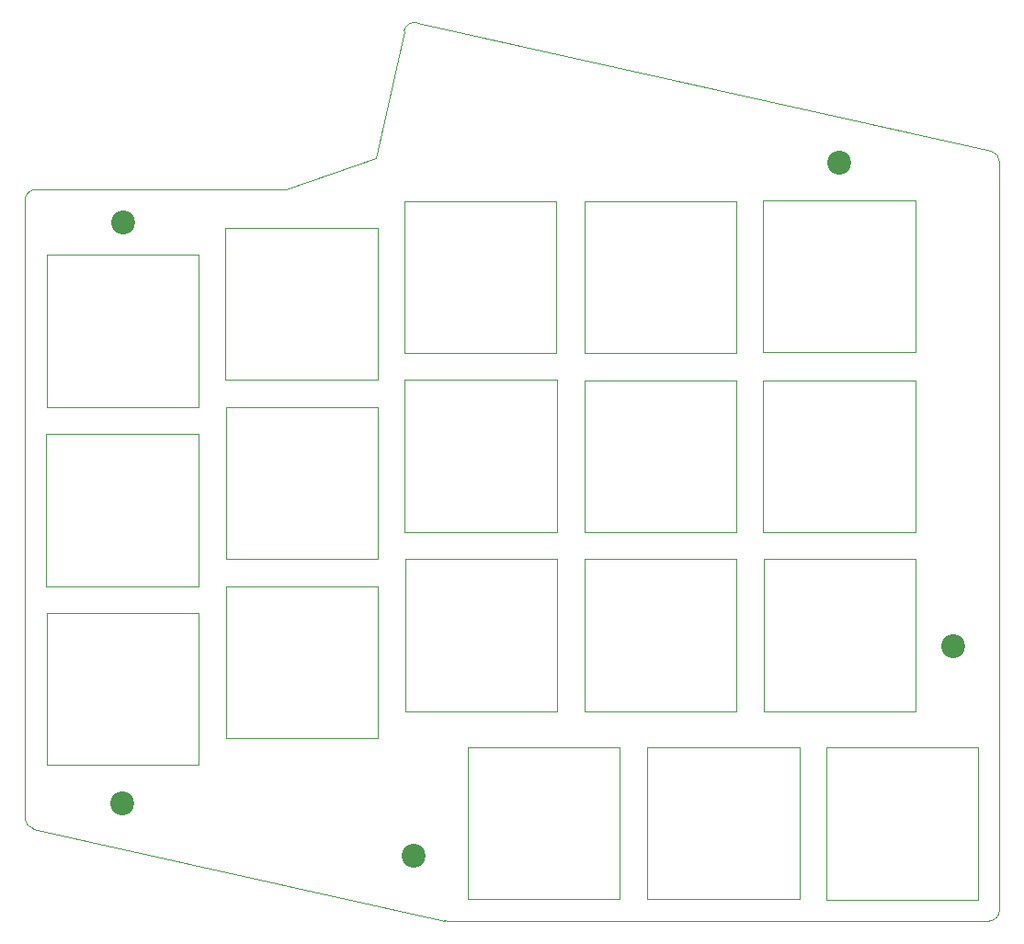
<source format=gbs>
%TF.GenerationSoftware,KiCad,Pcbnew,(6.0.6)*%
%TF.CreationDate,2022-11-27T23:56:46+09:00*%
%TF.ProjectId,split-mini__top,73706c69-742d-46d6-996e-695f5f746f70,rev?*%
%TF.SameCoordinates,Original*%
%TF.FileFunction,Soldermask,Bot*%
%TF.FilePolarity,Negative*%
%FSLAX46Y46*%
G04 Gerber Fmt 4.6, Leading zero omitted, Abs format (unit mm)*
G04 Created by KiCad (PCBNEW (6.0.6)) date 2022-11-27 23:56:46*
%MOMM*%
%LPD*%
G01*
G04 APERTURE LIST*
%TA.AperFunction,Profile*%
%ADD10C,0.100000*%
%TD*%
%TA.AperFunction,Profile*%
%ADD11C,0.120000*%
%TD*%
%ADD12C,2.200000*%
G04 APERTURE END LIST*
D10*
X24700022Y-109424877D02*
G75*
G03*
X25481692Y-110400757I999978J-23D01*
G01*
X114475000Y-117900000D02*
X114475000Y-48967011D01*
X25481692Y-110400757D02*
X63367178Y-118875879D01*
X24700000Y-52525000D02*
X24700000Y-109424877D01*
X56994979Y-48628817D02*
X59614674Y-36918258D01*
X48700000Y-51525000D02*
X56994979Y-48628817D01*
X113475000Y-118900000D02*
G75*
G03*
X114475000Y-117900000I0J1000000D01*
G01*
X63367176Y-118875886D02*
G75*
G03*
X63585486Y-118900000I218224J975386D01*
G01*
X63585486Y-118900000D02*
X113475000Y-118900000D01*
X25700000Y-51525000D02*
X48700000Y-51525000D01*
X60808868Y-36160658D02*
G75*
G03*
X59614674Y-36918258I-218268J-975942D01*
G01*
X113693308Y-47991131D02*
X60808862Y-36160686D01*
X25700000Y-51525000D02*
G75*
G03*
X24700000Y-52525000I0J-1000000D01*
G01*
X114475009Y-48967011D02*
G75*
G03*
X113693308Y-47991131I-1000109J-89D01*
G01*
D11*
%TO.C,SW6*%
X40650000Y-74050000D02*
X26650000Y-74050000D01*
X26650000Y-88050000D02*
X40650000Y-88050000D01*
X26650000Y-74050000D02*
X26650000Y-88050000D01*
X40650000Y-88050000D02*
X40650000Y-74050000D01*
%TO.C,SW11*%
X40720000Y-104500000D02*
X40720000Y-90500000D01*
X26720000Y-90500000D02*
X26720000Y-104500000D01*
X40720000Y-90500000D02*
X26720000Y-90500000D01*
X26720000Y-104500000D02*
X40720000Y-104500000D01*
%TO.C,SW9*%
X76210000Y-83090000D02*
X90210000Y-83090000D01*
X90210000Y-83090000D02*
X90210000Y-69090000D01*
X90210000Y-69090000D02*
X76210000Y-69090000D01*
X76210000Y-69090000D02*
X76210000Y-83090000D01*
%TO.C,SW3*%
X73650000Y-66590000D02*
X73650000Y-52590000D01*
X73650000Y-52590000D02*
X59650000Y-52590000D01*
X59650000Y-66590000D02*
X73650000Y-66590000D01*
X59650000Y-52590000D02*
X59650000Y-66590000D01*
%TO.C,SW5*%
X92700000Y-66520000D02*
X106700000Y-66520000D01*
X106700000Y-52520000D02*
X92700000Y-52520000D01*
X92700000Y-52520000D02*
X92700000Y-66520000D01*
X106700000Y-66520000D02*
X106700000Y-52520000D01*
%TO.C,SW15*%
X106730000Y-99570000D02*
X106730000Y-85570000D01*
X92730000Y-99570000D02*
X106730000Y-99570000D01*
X106730000Y-85570000D02*
X92730000Y-85570000D01*
X92730000Y-85570000D02*
X92730000Y-99570000D01*
%TO.C,SW7*%
X57190000Y-71550000D02*
X43190000Y-71550000D01*
X43190000Y-71550000D02*
X43190000Y-85550000D01*
X43190000Y-85550000D02*
X57190000Y-85550000D01*
X57190000Y-85550000D02*
X57190000Y-71550000D01*
%TO.C,SW16*%
X79470000Y-116870000D02*
X79470000Y-102870000D01*
X65470000Y-116870000D02*
X79470000Y-116870000D01*
X65470000Y-102870000D02*
X65470000Y-116870000D01*
X79470000Y-102870000D02*
X65470000Y-102870000D01*
%TO.C,SW18*%
X112490000Y-116940000D02*
X112490000Y-102940000D01*
X98490000Y-102940000D02*
X98490000Y-116940000D01*
X112490000Y-102940000D02*
X98490000Y-102940000D01*
X98490000Y-116940000D02*
X112490000Y-116940000D01*
%TO.C,SW8*%
X59680000Y-69070000D02*
X59680000Y-83070000D01*
X73680000Y-69070000D02*
X59680000Y-69070000D01*
X59680000Y-83070000D02*
X73680000Y-83070000D01*
X73680000Y-83070000D02*
X73680000Y-69070000D01*
%TO.C,SW17*%
X82040000Y-116900000D02*
X96040000Y-116900000D01*
X96040000Y-102900000D02*
X82040000Y-102900000D01*
X96040000Y-116900000D02*
X96040000Y-102900000D01*
X82040000Y-102900000D02*
X82040000Y-116900000D01*
%TO.C,SW10*%
X106710000Y-69080000D02*
X92710000Y-69080000D01*
X92710000Y-83080000D02*
X106710000Y-83080000D01*
X92710000Y-69080000D02*
X92710000Y-83080000D01*
X106710000Y-83080000D02*
X106710000Y-69080000D01*
%TO.C,SW2*%
X43180000Y-69040000D02*
X57180000Y-69040000D01*
X57180000Y-69040000D02*
X57180000Y-55040000D01*
X57180000Y-55040000D02*
X43180000Y-55040000D01*
X43180000Y-55040000D02*
X43180000Y-69040000D01*
%TO.C,SW13*%
X59730000Y-99570000D02*
X73730000Y-99570000D01*
X73730000Y-85570000D02*
X59730000Y-85570000D01*
X59730000Y-85570000D02*
X59730000Y-99570000D01*
X73730000Y-99570000D02*
X73730000Y-85570000D01*
%TO.C,SW12*%
X43210000Y-102050000D02*
X57210000Y-102050000D01*
X43210000Y-88050000D02*
X43210000Y-102050000D01*
X57210000Y-102050000D02*
X57210000Y-88050000D01*
X57210000Y-88050000D02*
X43210000Y-88050000D01*
%TO.C,SW14*%
X76210000Y-99580000D02*
X90210000Y-99580000D01*
X90210000Y-99580000D02*
X90210000Y-85580000D01*
X90210000Y-85580000D02*
X76210000Y-85580000D01*
X76210000Y-85580000D02*
X76210000Y-99580000D01*
%TO.C,SW1*%
X40710000Y-71550000D02*
X40710000Y-57550000D01*
X40710000Y-57550000D02*
X26710000Y-57550000D01*
X26710000Y-71550000D02*
X40710000Y-71550000D01*
X26710000Y-57550000D02*
X26710000Y-71550000D01*
%TO.C,SW4*%
X90210000Y-66580000D02*
X90210000Y-52580000D01*
X76210000Y-52580000D02*
X76210000Y-66580000D01*
X90210000Y-52580000D02*
X76210000Y-52580000D01*
X76210000Y-66580000D02*
X90210000Y-66580000D01*
%TD*%
D12*
%TO.C,HOLE3*%
X99710000Y-49060000D03*
%TD*%
%TO.C,HOLE5*%
X60480000Y-112870000D03*
%TD*%
%TO.C,HOLE4*%
X33690000Y-108030000D03*
%TD*%
%TO.C,HOLE2*%
X110200000Y-93560000D03*
%TD*%
%TO.C,HOLE1*%
X33730000Y-54530000D03*
%TD*%
M02*

</source>
